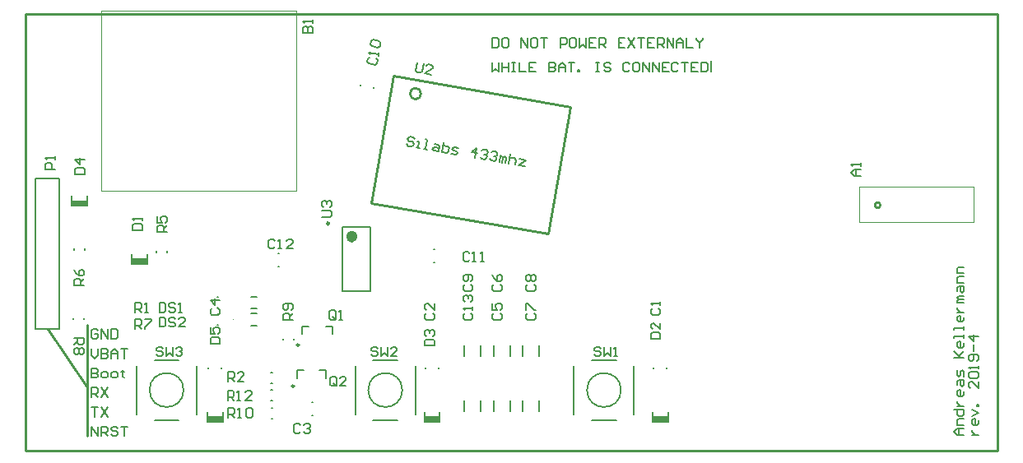
<source format=gto>
G04*
G04 #@! TF.GenerationSoftware,Altium Limited,Altium Designer,19.0.15 (446)*
G04*
G04 Layer_Color=65535*
%FSLAX25Y25*%
%MOIN*%
G70*
G01*
G75*
%ADD10C,0.00984*%
%ADD11C,0.00500*%
%ADD12C,0.00394*%
%ADD13C,0.01000*%
%ADD14C,0.02362*%
%ADD15C,0.00787*%
%ADD16R,0.06299X0.02362*%
D10*
X98917Y16355D02*
G03*
X98917Y16355I-492J0D01*
G01*
X100886Y33071D02*
G03*
X100886Y33071I-492J0D01*
G01*
X113130Y82284D02*
G03*
X113130Y82284I-492J0D01*
G01*
D11*
X54134Y14764D02*
G03*
X54134Y14764I-6890J0D01*
G01*
X142717D02*
G03*
X142717Y14764I-6890J0D01*
G01*
X231299Y14764D02*
G03*
X231299Y14764I-6890J0D01*
G01*
X42362Y2559D02*
X52126D01*
X59449Y5000D02*
Y24528D01*
X35039Y5000D02*
Y24528D01*
X42362Y26969D02*
X52126D01*
X130945Y2559D02*
X140709D01*
X148031Y5000D02*
Y24528D01*
X123622Y5000D02*
Y24528D01*
X130945Y26969D02*
X140709D01*
X219528Y2559D02*
X229291D01*
X236614Y5000D02*
Y24528D01*
X212205Y5000D02*
Y24528D01*
X219528Y26969D02*
X229291D01*
D12*
X74213Y43307D02*
G03*
X74213Y43307I-197J0D01*
G01*
Y50197D02*
G03*
X74213Y50197I-197J0D01*
G01*
X327756Y97186D02*
X374256Y97186D01*
Y82686D02*
Y97186D01*
X327756Y82686D02*
X374256D01*
X327756D02*
Y97186D01*
X20799Y135390D02*
Y164890D01*
Y168390D01*
X59299D01*
X98299D01*
X99799D01*
Y131890D02*
Y168390D01*
X20799Y131890D02*
Y135390D01*
X99799Y128390D02*
Y131890D01*
X20799Y95390D02*
Y131890D01*
Y95390D02*
X22299D01*
X61299D01*
X99799D01*
Y98890D01*
Y128390D01*
D13*
X150308Y134899D02*
G03*
X150308Y134899I-2236J0D01*
G01*
X336374Y89686D02*
G03*
X336374Y89686I-1118J0D01*
G01*
X14961Y-3937D02*
X14961Y41142D01*
Y15748D02*
Y41142D01*
X-984Y39370D02*
X14961Y15748D01*
X201648Y78025D02*
X210720Y129475D01*
X130114Y90639D02*
X201648Y78025D01*
X130114Y90639D02*
X139186Y142089D01*
X210720Y129475D01*
X-9843Y-9843D02*
X383858D01*
Y167323D01*
X-9843D02*
X383858D01*
X-9843Y-9843D02*
Y167323D01*
D14*
X123465Y76968D02*
G03*
X123465Y76968I-1181J0D01*
G01*
D15*
X89567Y21884D02*
X89961D01*
X89567Y17553D02*
X89961D01*
X100157Y19643D02*
Y22851D01*
X102756D01*
X111653Y19643D02*
Y22851D01*
X109055D02*
X111653D01*
X98622Y35236D02*
Y35630D01*
X94291Y35236D02*
Y35630D01*
X249902Y23425D02*
Y23819D01*
X244587Y23425D02*
Y23819D01*
X102165Y37350D02*
Y40354D01*
X104724D01*
X114370Y37350D02*
Y40354D01*
X111811D02*
X114370D01*
X89764Y3347D02*
X90158D01*
X89764Y7677D02*
X90158D01*
X157431Y23425D02*
Y23819D01*
X152116Y23425D02*
Y23819D01*
X106102Y4429D02*
X106496D01*
X106102Y9744D02*
X106496D01*
X89567Y14781D02*
X89961D01*
X89567Y10450D02*
X89961D01*
X69587Y23425D02*
Y23819D01*
X64272Y23425D02*
Y23819D01*
X63779Y1969D02*
X70079D01*
Y5906D01*
X63779Y1969D02*
Y5906D01*
X151624Y1969D02*
X157923D01*
Y5906D01*
X151624Y1969D02*
Y5906D01*
X244094Y1969D02*
X250394D01*
Y5906D01*
X244094Y1969D02*
Y5906D01*
X167913Y6102D02*
Y10433D01*
X174606Y6102D02*
Y10433D01*
X167913Y28386D02*
Y32717D01*
X174606Y28386D02*
Y32717D01*
X191535Y28386D02*
Y32717D01*
X198228Y28386D02*
Y32717D01*
X81496Y40846D02*
X83858D01*
X81496Y45768D02*
X83858D01*
X81496Y47736D02*
X83858D01*
X81496Y52658D02*
X83858D01*
X9527Y43504D02*
Y43898D01*
X13858Y43504D02*
Y43898D01*
X179724Y28386D02*
Y32717D01*
X186417Y28386D02*
Y32717D01*
X155315Y66535D02*
X155709D01*
X155315Y71850D02*
X155709D01*
X118347Y54921D02*
Y80905D01*
X129764Y54921D02*
Y80905D01*
X118347D02*
X129764D01*
X118347Y54921D02*
X129764D01*
X191535Y6102D02*
Y10433D01*
X198228Y6102D02*
Y10433D01*
X130997Y137140D02*
X131065Y137528D01*
X125763Y138063D02*
X125831Y138451D01*
X8661Y89478D02*
X14961D01*
Y93415D01*
X8661Y89478D02*
Y93415D01*
X3917Y39469D02*
Y100453D01*
X-5886Y39469D02*
Y100453D01*
Y39469D02*
X3917D01*
X-5886Y100453D02*
X3917D01*
X13976Y71653D02*
Y72047D01*
X9646Y71653D02*
Y72047D01*
X43110Y70669D02*
Y71063D01*
X47441Y70669D02*
Y71063D01*
X33268Y65945D02*
Y69882D01*
X39567Y65945D02*
Y69882D01*
X33268Y65945D02*
X39567D01*
X179724Y6102D02*
Y10433D01*
X186417Y6102D02*
Y10433D01*
X92323Y70177D02*
X92716D01*
X92323Y64862D02*
X92716D01*
X67716Y45472D02*
X68110D01*
X67716Y41142D02*
X68110D01*
X67716Y48031D02*
X68110D01*
X67716Y52362D02*
X68110D01*
X373360Y-3543D02*
X375984D01*
X374672D01*
X374016Y-2887D01*
X373360Y-2231D01*
Y-1575D01*
X375984Y2360D02*
Y1048D01*
X375328Y392D01*
X374016D01*
X373360Y1048D01*
Y2360D01*
X374016Y3016D01*
X374672D01*
Y392D01*
X373360Y4328D02*
X375984Y5640D01*
X373360Y6952D01*
X375984Y8264D02*
X375328D01*
Y8920D01*
X375984D01*
Y8264D01*
Y18103D02*
Y15480D01*
X373360Y18103D01*
X372705D01*
X372048Y17447D01*
Y16135D01*
X372705Y15480D01*
Y19415D02*
X372048Y20071D01*
Y21383D01*
X372705Y22039D01*
X375328D01*
X375984Y21383D01*
Y20071D01*
X375328Y19415D01*
X372705D01*
X375984Y23351D02*
Y24663D01*
Y24007D01*
X372048D01*
X372705Y23351D01*
X375328Y26631D02*
X375984Y27287D01*
Y28599D01*
X375328Y29254D01*
X372705D01*
X372048Y28599D01*
Y27287D01*
X372705Y26631D01*
X373360D01*
X374016Y27287D01*
Y29254D01*
Y30566D02*
Y33190D01*
X375984Y36470D02*
X372048D01*
X374016Y34502D01*
Y37126D01*
X370079Y-3543D02*
X367455D01*
X366143Y-2231D01*
X367455Y-919D01*
X370079D01*
X368111D01*
Y-3543D01*
X370079Y392D02*
X367455D01*
Y2360D01*
X368111Y3016D01*
X370079D01*
X366143Y6952D02*
X370079D01*
Y4984D01*
X369423Y4328D01*
X368111D01*
X367455Y4984D01*
Y6952D01*
Y8264D02*
X370079D01*
X368767D01*
X368111Y8920D01*
X367455Y9576D01*
Y10232D01*
X370079Y14167D02*
Y12856D01*
X369423Y12200D01*
X368111D01*
X367455Y12856D01*
Y14167D01*
X368111Y14823D01*
X368767D01*
Y12200D01*
X367455Y16791D02*
Y18103D01*
X368111Y18759D01*
X370079D01*
Y16791D01*
X369423Y16135D01*
X368767Y16791D01*
Y18759D01*
X370079Y20071D02*
Y22039D01*
X369423Y22695D01*
X368767Y22039D01*
Y20727D01*
X368111Y20071D01*
X367455Y20727D01*
Y22695D01*
X366143Y27943D02*
X370079D01*
X368767D01*
X366143Y30566D01*
X368111Y28599D01*
X370079Y30566D01*
Y33846D02*
Y32534D01*
X369423Y31878D01*
X368111D01*
X367455Y32534D01*
Y33846D01*
X368111Y34502D01*
X368767D01*
Y31878D01*
X370079Y35814D02*
Y37126D01*
Y36470D01*
X366143D01*
Y35814D01*
X370079Y39094D02*
Y40406D01*
Y39750D01*
X366143D01*
Y39094D01*
X370079Y44342D02*
Y43030D01*
X369423Y42374D01*
X368111D01*
X367455Y43030D01*
Y44342D01*
X368111Y44998D01*
X368767D01*
Y42374D01*
X367455Y46309D02*
X370079D01*
X368767D01*
X368111Y46965D01*
X367455Y47621D01*
Y48277D01*
X370079Y50245D02*
X367455D01*
Y50901D01*
X368111Y51557D01*
X370079D01*
X368111D01*
X367455Y52213D01*
X368111Y52869D01*
X370079D01*
X367455Y54837D02*
Y56149D01*
X368111Y56805D01*
X370079D01*
Y54837D01*
X369423Y54181D01*
X368767Y54837D01*
Y56805D01*
X370079Y58117D02*
X367455D01*
Y60084D01*
X368111Y60741D01*
X370079D01*
Y62052D02*
X367455D01*
Y64020D01*
X368111Y64676D01*
X370079D01*
X179134Y147636D02*
Y143701D01*
X180446Y145013D01*
X181758Y143701D01*
Y147636D01*
X183070D02*
Y143701D01*
Y145669D01*
X185693D01*
Y147636D01*
Y143701D01*
X187005Y147636D02*
X188317D01*
X187661D01*
Y143701D01*
X187005D01*
X188317D01*
X190285Y147636D02*
Y143701D01*
X192909D01*
X196845Y147636D02*
X194221D01*
Y143701D01*
X196845D01*
X194221Y145669D02*
X195533D01*
X202092Y147636D02*
Y143701D01*
X204060D01*
X204716Y144357D01*
Y145013D01*
X204060Y145669D01*
X202092D01*
X204060D01*
X204716Y146325D01*
Y146981D01*
X204060Y147636D01*
X202092D01*
X206028Y143701D02*
Y146325D01*
X207340Y147636D01*
X208652Y146325D01*
Y143701D01*
Y145669D01*
X206028D01*
X209964Y147636D02*
X212588D01*
X211276D01*
Y143701D01*
X213900D02*
Y144357D01*
X214556D01*
Y143701D01*
X213900D01*
X221115Y147636D02*
X222427D01*
X221771D01*
Y143701D01*
X221115D01*
X222427D01*
X227019Y146981D02*
X226363Y147636D01*
X225051D01*
X224395Y146981D01*
Y146325D01*
X225051Y145669D01*
X226363D01*
X227019Y145013D01*
Y144357D01*
X226363Y143701D01*
X225051D01*
X224395Y144357D01*
X234890Y146981D02*
X234234Y147636D01*
X232922D01*
X232266Y146981D01*
Y144357D01*
X232922Y143701D01*
X234234D01*
X234890Y144357D01*
X238170Y147636D02*
X236858D01*
X236202Y146981D01*
Y144357D01*
X236858Y143701D01*
X238170D01*
X238826Y144357D01*
Y146981D01*
X238170Y147636D01*
X240138Y143701D02*
Y147636D01*
X242762Y143701D01*
Y147636D01*
X244074Y143701D02*
Y147636D01*
X246697Y143701D01*
Y147636D01*
X250633D02*
X248009D01*
Y143701D01*
X250633D01*
X248009Y145669D02*
X249321D01*
X254569Y146981D02*
X253913Y147636D01*
X252601D01*
X251945Y146981D01*
Y144357D01*
X252601Y143701D01*
X253913D01*
X254569Y144357D01*
X255881Y147636D02*
X258505D01*
X257193D01*
Y143701D01*
X262440Y147636D02*
X259817D01*
Y143701D01*
X262440D01*
X259817Y145669D02*
X261128D01*
X263752Y147636D02*
Y143701D01*
X265720D01*
X266376Y144357D01*
Y146981D01*
X265720Y147636D01*
X263752D01*
X267688Y145013D02*
Y148293D01*
Y144357D02*
Y143701D01*
X179134Y157479D02*
Y153543D01*
X181102D01*
X181758Y154199D01*
Y156823D01*
X181102Y157479D01*
X179134D01*
X185038D02*
X183726D01*
X183070Y156823D01*
Y154199D01*
X183726Y153543D01*
X185038D01*
X185693Y154199D01*
Y156823D01*
X185038Y157479D01*
X190941Y153543D02*
Y157479D01*
X193565Y153543D01*
Y157479D01*
X196845D02*
X195533D01*
X194877Y156823D01*
Y154199D01*
X195533Y153543D01*
X196845D01*
X197501Y154199D01*
Y156823D01*
X196845Y157479D01*
X198813D02*
X201436D01*
X200125D01*
Y153543D01*
X206684D02*
Y157479D01*
X208652D01*
X209308Y156823D01*
Y155511D01*
X208652Y154855D01*
X206684D01*
X212588Y157479D02*
X211276D01*
X210620Y156823D01*
Y154199D01*
X211276Y153543D01*
X212588D01*
X213244Y154199D01*
Y156823D01*
X212588Y157479D01*
X214556D02*
Y153543D01*
X215867Y154855D01*
X217179Y153543D01*
Y157479D01*
X221115D02*
X218491D01*
Y153543D01*
X221115D01*
X218491Y155511D02*
X219803D01*
X222427Y153543D02*
Y157479D01*
X224395D01*
X225051Y156823D01*
Y155511D01*
X224395Y154855D01*
X222427D01*
X223739D02*
X225051Y153543D01*
X232922Y157479D02*
X230298D01*
Y153543D01*
X232922D01*
X230298Y155511D02*
X231610D01*
X234234Y157479D02*
X236858Y153543D01*
Y157479D02*
X234234Y153543D01*
X238170Y157479D02*
X240794D01*
X239482D01*
Y153543D01*
X244729Y157479D02*
X242106D01*
Y153543D01*
X244729D01*
X242106Y155511D02*
X243418D01*
X246041Y153543D02*
Y157479D01*
X248009D01*
X248665Y156823D01*
Y155511D01*
X248009Y154855D01*
X246041D01*
X247353D02*
X248665Y153543D01*
X249977D02*
Y157479D01*
X252601Y153543D01*
Y157479D01*
X253913Y153543D02*
Y156167D01*
X255225Y157479D01*
X256537Y156167D01*
Y153543D01*
Y155511D01*
X253913D01*
X257849Y157479D02*
Y153543D01*
X260472D01*
X261784Y157479D02*
Y156823D01*
X263096Y155511D01*
X264408Y156823D01*
Y157479D01*
X263096Y155511D02*
Y153543D01*
X147642Y116554D02*
X147110Y117314D01*
X145818Y117542D01*
X145058Y117009D01*
X144944Y116364D01*
X145476Y115604D01*
X146768Y115376D01*
X147300Y114616D01*
X147186Y113970D01*
X146426Y113438D01*
X145134Y113666D01*
X144602Y114426D01*
X148364Y113096D02*
X149656Y112868D01*
X149010Y112982D01*
X149466Y115566D01*
X148820Y115680D01*
X151594Y112527D02*
X152886Y112299D01*
X152240Y112413D01*
X152924Y116289D01*
X152278Y116402D01*
X155926Y114427D02*
X157218Y114199D01*
X157750Y113439D01*
X157408Y111501D01*
X155470Y111843D01*
X154938Y112603D01*
X155698Y113135D01*
X157636Y112793D01*
X159383Y115149D02*
X158700Y111274D01*
X160638Y110932D01*
X161398Y111464D01*
X161512Y112110D01*
X161626Y112756D01*
X161094Y113516D01*
X159156Y113858D01*
X162576Y110590D02*
X164514Y110248D01*
X165274Y110781D01*
X164742Y111540D01*
X163450Y111768D01*
X162918Y112528D01*
X163678Y113060D01*
X165615Y112718D01*
X172266Y108882D02*
X172949Y112758D01*
X170670Y111161D01*
X173254Y110706D01*
X174773Y111770D02*
X175533Y112302D01*
X176825Y112074D01*
X177357Y111314D01*
X177243Y110668D01*
X176484Y110136D01*
X175838Y110250D01*
X176484Y110136D01*
X177016Y109376D01*
X176902Y108730D01*
X176142Y108198D01*
X174850Y108426D01*
X174318Y109186D01*
X178649Y111086D02*
X179409Y111618D01*
X180701Y111391D01*
X181233Y110631D01*
X181119Y109985D01*
X180359Y109453D01*
X179713Y109567D01*
X180359Y109453D01*
X180892Y108693D01*
X180778Y108047D01*
X180018Y107515D01*
X178726Y107743D01*
X178194Y108502D01*
X181956Y107173D02*
X182411Y109757D01*
X183057Y109643D01*
X183589Y108883D01*
X183248Y106945D01*
X183589Y108883D01*
X184349Y109415D01*
X184881Y108655D01*
X184540Y106717D01*
X186515Y110365D02*
X185832Y106490D01*
X186173Y108428D01*
X186933Y108960D01*
X188225Y108732D01*
X188757Y107972D01*
X188416Y106034D01*
X190163Y108390D02*
X192747Y107934D01*
X189708Y105806D01*
X192291Y105350D01*
X16878Y-3937D02*
Y-1D01*
X19502Y-3937D01*
Y-1D01*
X20814Y-3937D02*
Y-1D01*
X22782D01*
X23438Y-657D01*
Y-1969D01*
X22782Y-2625D01*
X20814D01*
X22126D02*
X23438Y-3937D01*
X27373Y-657D02*
X26717Y-1D01*
X25405D01*
X24749Y-657D01*
Y-1313D01*
X25405Y-1969D01*
X26717D01*
X27373Y-2625D01*
Y-3281D01*
X26717Y-3937D01*
X25405D01*
X24749Y-3281D01*
X28685Y-1D02*
X31309D01*
X29997D01*
Y-3937D01*
X16878Y7873D02*
X19502D01*
X18190D01*
Y3937D01*
X20814Y7873D02*
X23438Y3937D01*
Y7873D02*
X20814Y3937D01*
X16878Y11811D02*
Y15747D01*
X18846D01*
X19502Y15091D01*
Y13779D01*
X18846Y13123D01*
X16878D01*
X18190D02*
X19502Y11811D01*
X20814Y15747D02*
X23438Y11811D01*
Y15747D02*
X20814Y11811D01*
X16878Y23621D02*
Y19685D01*
X18846D01*
X19502Y20341D01*
Y20997D01*
X18846Y21653D01*
X16878D01*
X18846D01*
X19502Y22309D01*
Y22965D01*
X18846Y23621D01*
X16878D01*
X21470Y19685D02*
X22782D01*
X23438Y20341D01*
Y21653D01*
X22782Y22309D01*
X21470D01*
X20814Y21653D01*
Y20341D01*
X21470Y19685D01*
X25405D02*
X26717D01*
X27373Y20341D01*
Y21653D01*
X26717Y22309D01*
X25405D01*
X24749Y21653D01*
Y20341D01*
X25405Y19685D01*
X29341Y22965D02*
Y22309D01*
X28685D01*
X29997D01*
X29341D01*
Y20341D01*
X29997Y19685D01*
X16878Y31495D02*
Y28871D01*
X18190Y27559D01*
X19502Y28871D01*
Y31495D01*
X20814D02*
Y27559D01*
X22782D01*
X23438Y28215D01*
Y28871D01*
X22782Y29527D01*
X20814D01*
X22782D01*
X23438Y30183D01*
Y30839D01*
X22782Y31495D01*
X20814D01*
X24749Y27559D02*
Y30183D01*
X26061Y31495D01*
X27373Y30183D01*
Y27559D01*
Y29527D01*
X24749D01*
X28685Y31495D02*
X31309D01*
X29997D01*
Y27559D01*
X19502Y38713D02*
X18846Y39369D01*
X17534D01*
X16878Y38713D01*
Y36089D01*
X17534Y35433D01*
X18846D01*
X19502Y36089D01*
Y37401D01*
X18190D01*
X20814Y35433D02*
Y39369D01*
X23438Y35433D01*
Y39369D01*
X24749D02*
Y35433D01*
X26717D01*
X27373Y36089D01*
Y38713D01*
X26717Y39369D01*
X24749D01*
X72047Y18110D02*
Y22046D01*
X74015D01*
X74671Y21390D01*
Y20078D01*
X74015Y19422D01*
X72047D01*
X73359D02*
X74671Y18110D01*
X78607D02*
X75983D01*
X78607Y20734D01*
Y21390D01*
X77951Y22046D01*
X76639D01*
X75983Y21390D01*
X116010Y17011D02*
Y19635D01*
X115354Y20291D01*
X114042D01*
X113386Y19635D01*
Y17011D01*
X114042Y16355D01*
X115354D01*
X114698Y17667D02*
X116010Y16355D01*
X115354D02*
X116010Y17011D01*
X119945Y16355D02*
X117322D01*
X119945Y18979D01*
Y19635D01*
X119289Y20291D01*
X117977D01*
X117322Y19635D01*
X71988Y10647D02*
Y14582D01*
X73956D01*
X74612Y13926D01*
Y12615D01*
X73956Y11958D01*
X71988D01*
X73300D02*
X74612Y10647D01*
X75924D02*
X77236D01*
X76580D01*
Y14582D01*
X75924Y13926D01*
X81827Y10647D02*
X79204D01*
X81827Y13271D01*
Y13926D01*
X81172Y14582D01*
X79860D01*
X79204Y13926D01*
X72185Y3543D02*
Y7479D01*
X74153D01*
X74809Y6823D01*
Y5511D01*
X74153Y4855D01*
X72185D01*
X73497D02*
X74809Y3543D01*
X76121D02*
X77433D01*
X76777D01*
Y7479D01*
X76121Y6823D01*
X79401D02*
X80057Y7479D01*
X81368D01*
X82024Y6823D01*
Y4199D01*
X81368Y3543D01*
X80057D01*
X79401Y4199D01*
Y6823D01*
X98425Y43307D02*
X94490D01*
Y45275D01*
X95145Y45931D01*
X96457D01*
X97113Y45275D01*
Y43307D01*
Y44619D02*
X98425Y45931D01*
X97769Y47243D02*
X98425Y47899D01*
Y49211D01*
X97769Y49867D01*
X95145D01*
X94490Y49211D01*
Y47899D01*
X95145Y47243D01*
X95801D01*
X96457Y47899D01*
Y49867D01*
X115754Y43963D02*
Y46587D01*
X115098Y47243D01*
X113786D01*
X113130Y46587D01*
Y43963D01*
X113786Y43307D01*
X115098D01*
X114442Y44619D02*
X115754Y43307D01*
X115098D02*
X115754Y43963D01*
X117066Y43307D02*
X118378D01*
X117722D01*
Y47243D01*
X117066Y46587D01*
X64962Y33465D02*
X68898D01*
Y35432D01*
X68242Y36088D01*
X65618D01*
X64962Y35432D01*
Y33465D01*
Y40024D02*
Y37400D01*
X66930D01*
X66274Y38712D01*
Y39368D01*
X66930Y40024D01*
X68242D01*
X68898Y39368D01*
Y38056D01*
X68242Y37400D01*
X151773Y32717D02*
X155709D01*
Y34684D01*
X155053Y35340D01*
X152429D01*
X151773Y34684D01*
Y32717D01*
X152429Y36652D02*
X151773Y37308D01*
Y38620D01*
X152429Y39276D01*
X153085D01*
X153741Y38620D01*
Y37964D01*
Y38620D01*
X154397Y39276D01*
X155053D01*
X155709Y38620D01*
Y37308D01*
X155053Y36652D01*
X243308Y35433D02*
X247244D01*
Y37401D01*
X246588Y38057D01*
X243964D01*
X243308Y37401D01*
Y35433D01*
X247244Y41993D02*
Y39369D01*
X244620Y41993D01*
X243964D01*
X243308Y41337D01*
Y40025D01*
X243964Y39369D01*
X167980Y45931D02*
X167324Y45275D01*
Y43963D01*
X167980Y43307D01*
X170604D01*
X171260Y43963D01*
Y45275D01*
X170604Y45931D01*
X171260Y47243D02*
Y48555D01*
Y47899D01*
X167324D01*
X167980Y47243D01*
Y50523D02*
X167324Y51179D01*
Y52491D01*
X167980Y53146D01*
X168636D01*
X169292Y52491D01*
Y51834D01*
Y52491D01*
X169948Y53146D01*
X170604D01*
X171260Y52491D01*
Y51179D01*
X170604Y50523D01*
X167980Y57545D02*
X167324Y56889D01*
Y55577D01*
X167980Y54921D01*
X170604D01*
X171260Y55577D01*
Y56889D01*
X170604Y57545D01*
Y58857D02*
X171260Y59513D01*
Y60825D01*
X170604Y61481D01*
X167980D01*
X167324Y60825D01*
Y59513D01*
X167980Y58857D01*
X168636D01*
X169292Y59513D01*
Y61481D01*
X193571Y57545D02*
X192915Y56889D01*
Y55577D01*
X193571Y54921D01*
X196194D01*
X196850Y55577D01*
Y56889D01*
X196194Y57545D01*
X193571Y58857D02*
X192915Y59513D01*
Y60825D01*
X193571Y61481D01*
X194227D01*
X194883Y60825D01*
X195538Y61481D01*
X196194D01*
X196850Y60825D01*
Y59513D01*
X196194Y58857D01*
X195538D01*
X194883Y59513D01*
X194227Y58857D01*
X193571D01*
X194883Y59513D02*
Y60825D01*
X65618Y47899D02*
X64962Y47243D01*
Y45932D01*
X65618Y45276D01*
X68242D01*
X68898Y45932D01*
Y47243D01*
X68242Y47899D01*
X68898Y51179D02*
X64962D01*
X66930Y49211D01*
Y51835D01*
X101541Y524D02*
X100885Y1180D01*
X99573D01*
X98917Y524D01*
Y-2100D01*
X99573Y-2756D01*
X100885D01*
X101541Y-2100D01*
X102853Y524D02*
X103509Y1180D01*
X104821D01*
X105477Y524D01*
Y-132D01*
X104821Y-788D01*
X104165D01*
X104821D01*
X105477Y-1444D01*
Y-2100D01*
X104821Y-2756D01*
X103509D01*
X102853Y-2100D01*
X152429Y45931D02*
X151773Y45275D01*
Y43963D01*
X152429Y43307D01*
X155053D01*
X155709Y43963D01*
Y45275D01*
X155053Y45931D01*
X155709Y49867D02*
Y47243D01*
X153085Y49867D01*
X152429D01*
X151773Y49211D01*
Y47899D01*
X152429Y47243D01*
X243964Y47899D02*
X243308Y47243D01*
Y45932D01*
X243964Y45276D01*
X246588D01*
X247244Y45932D01*
Y47243D01*
X246588Y47899D01*
X247244Y49211D02*
Y50523D01*
Y49867D01*
X243308D01*
X243964Y49211D01*
X9724Y35827D02*
X13660D01*
Y33859D01*
X13004Y33203D01*
X11692D01*
X11036Y33859D01*
Y35827D01*
Y34515D02*
X9724Y33203D01*
X13004Y31891D02*
X13660Y31235D01*
Y29923D01*
X13004Y29267D01*
X12348D01*
X11692Y29923D01*
X11036Y29267D01*
X10380D01*
X9724Y29923D01*
Y31235D01*
X10380Y31891D01*
X11036D01*
X11692Y31235D01*
X12348Y31891D01*
X13004D01*
X11692Y31235D02*
Y29923D01*
X129509Y149610D02*
X128749Y149078D01*
X128521Y147786D01*
X129053Y147026D01*
X131638Y146571D01*
X132397Y147103D01*
X132625Y148395D01*
X132093Y149154D01*
X132967Y150333D02*
X133195Y151625D01*
X133081Y150979D01*
X129205Y151662D01*
X129737Y150902D01*
X130306Y154132D02*
X129774Y154892D01*
X130002Y156184D01*
X130762Y156716D01*
X133346Y156260D01*
X133878Y155501D01*
X133650Y154209D01*
X132890Y153676D01*
X130306Y154132D01*
X34449Y39469D02*
Y43404D01*
X36417D01*
X37073Y42748D01*
Y41436D01*
X36417Y40780D01*
X34449D01*
X35761D02*
X37073Y39469D01*
X38385Y43404D02*
X41008D01*
Y42748D01*
X38385Y40124D01*
Y39469D01*
X44291Y44290D02*
Y40354D01*
X46259D01*
X46915Y41010D01*
Y43634D01*
X46259Y44290D01*
X44291D01*
X50851Y43634D02*
X50195Y44290D01*
X48883D01*
X48227Y43634D01*
Y42978D01*
X48883Y42322D01*
X50195D01*
X50851Y41666D01*
Y41010D01*
X50195Y40354D01*
X48883D01*
X48227Y41010D01*
X54787Y40354D02*
X52163D01*
X54787Y42978D01*
Y43634D01*
X54131Y44290D01*
X52819D01*
X52163Y43634D01*
X47441Y78740D02*
X43505D01*
Y80708D01*
X44161Y81364D01*
X45473D01*
X46129Y80708D01*
Y78740D01*
Y80052D02*
X47441Y81364D01*
X43505Y85300D02*
Y82676D01*
X45473D01*
X44817Y83988D01*
Y84644D01*
X45473Y85300D01*
X46785D01*
X47441Y84644D01*
Y83332D01*
X46785Y82676D01*
X45734Y31666D02*
X45078Y32322D01*
X43766D01*
X43110Y31666D01*
Y31010D01*
X43766Y30354D01*
X45078D01*
X45734Y29698D01*
Y29042D01*
X45078Y28386D01*
X43766D01*
X43110Y29042D01*
X47046Y32322D02*
Y28386D01*
X48358Y29698D01*
X49670Y28386D01*
Y32322D01*
X50982Y31666D02*
X51638Y32322D01*
X52950D01*
X53606Y31666D01*
Y31010D01*
X52950Y30354D01*
X52294D01*
X52950D01*
X53606Y29698D01*
Y29042D01*
X52950Y28386D01*
X51638D01*
X50982Y29042D01*
X132738Y31666D02*
X132081Y32322D01*
X130770D01*
X130114Y31666D01*
Y31010D01*
X130770Y30354D01*
X132081D01*
X132738Y29698D01*
Y29042D01*
X132081Y28386D01*
X130770D01*
X130114Y29042D01*
X134049Y32322D02*
Y28386D01*
X135361Y29698D01*
X136673Y28386D01*
Y32322D01*
X140609Y28386D02*
X137985D01*
X140609Y31010D01*
Y31666D01*
X139953Y32322D01*
X138641D01*
X137985Y31666D01*
X223096Y31666D02*
X222440Y32322D01*
X221128D01*
X220472Y31666D01*
Y31010D01*
X221128Y30354D01*
X222440D01*
X223096Y29698D01*
Y29042D01*
X222440Y28386D01*
X221128D01*
X220472Y29042D01*
X224408Y32322D02*
Y28386D01*
X225720Y29698D01*
X227032Y28386D01*
Y32322D01*
X228344Y28386D02*
X229656D01*
X229000D01*
Y32322D01*
X228344Y31666D01*
X44291Y50196D02*
Y46260D01*
X46259D01*
X46915Y46916D01*
Y49540D01*
X46259Y50196D01*
X44291D01*
X50851Y49540D02*
X50195Y50196D01*
X48883D01*
X48227Y49540D01*
Y48884D01*
X48883Y48228D01*
X50195D01*
X50851Y47572D01*
Y46916D01*
X50195Y46260D01*
X48883D01*
X48227Y46916D01*
X52163Y46260D02*
X53475D01*
X52819D01*
Y50196D01*
X52163Y49540D01*
X110238Y84961D02*
X113517D01*
X114173Y85617D01*
Y86928D01*
X113517Y87585D01*
X110238D01*
X110893Y88896D02*
X110238Y89552D01*
Y90864D01*
X110893Y91520D01*
X111549D01*
X112205Y90864D01*
Y90208D01*
Y90864D01*
X112861Y91520D01*
X113517D01*
X114173Y90864D01*
Y89552D01*
X113517Y88896D01*
X13780Y57087D02*
X9844D01*
Y59054D01*
X10500Y59710D01*
X11812D01*
X12468Y59054D01*
Y57087D01*
Y58398D02*
X13780Y59710D01*
X9844Y63646D02*
X10500Y62334D01*
X11812Y61022D01*
X13124D01*
X13780Y61678D01*
Y62990D01*
X13124Y63646D01*
X12468D01*
X11812Y62990D01*
Y61022D01*
X34449Y46260D02*
Y50196D01*
X36417D01*
X37073Y49540D01*
Y48228D01*
X36417Y47572D01*
X34449D01*
X35761D02*
X37073Y46260D01*
X38385D02*
X39696D01*
X39040D01*
Y50196D01*
X38385Y49540D01*
X148756Y147577D02*
X148186Y144347D01*
X148718Y143587D01*
X150010Y143359D01*
X150770Y143891D01*
X151340Y147121D01*
X154532Y142562D02*
X151948Y143017D01*
X154988Y145146D01*
X155102Y145792D01*
X154570Y146552D01*
X153278Y146779D01*
X152518Y146247D01*
X1969Y104331D02*
X-1967D01*
Y106299D01*
X-1311Y106955D01*
X1D01*
X657Y106299D01*
Y104331D01*
X1969Y108266D02*
Y109578D01*
Y108922D01*
X-1967D01*
X-1311Y108266D01*
X10041Y102273D02*
X13976D01*
Y104241D01*
X13320Y104897D01*
X10697D01*
X10041Y104241D01*
Y102273D01*
X13976Y108177D02*
X10041D01*
X12009Y106209D01*
Y108833D01*
X33466Y79433D02*
X37402D01*
Y81401D01*
X36746Y82057D01*
X34122D01*
X33466Y81401D01*
Y79433D01*
X37402Y83369D02*
Y84681D01*
Y84025D01*
X33466D01*
X34122Y83369D01*
X91207Y75327D02*
X90551Y75983D01*
X89239D01*
X88583Y75327D01*
Y72703D01*
X89239Y72047D01*
X90551D01*
X91207Y72703D01*
X92518Y72047D02*
X93830D01*
X93174D01*
Y75983D01*
X92518Y75327D01*
X98422Y72047D02*
X95798D01*
X98422Y74671D01*
Y75327D01*
X97766Y75983D01*
X96454D01*
X95798Y75327D01*
X169947Y70209D02*
X169291Y70865D01*
X167979D01*
X167323Y70209D01*
Y67585D01*
X167979Y66929D01*
X169291D01*
X169947Y67585D01*
X171259Y66929D02*
X172571D01*
X171915D01*
Y70865D01*
X171259Y70209D01*
X174538Y66929D02*
X175850D01*
X175194D01*
Y70865D01*
X174538Y70209D01*
X193571Y45931D02*
X192915Y45275D01*
Y43963D01*
X193571Y43307D01*
X196194D01*
X196850Y43963D01*
Y45275D01*
X196194Y45931D01*
X192915Y47243D02*
Y49867D01*
X193571D01*
X196194Y47243D01*
X196850D01*
X179791Y57545D02*
X179135Y56889D01*
Y55577D01*
X179791Y54921D01*
X182415D01*
X183071Y55577D01*
Y56889D01*
X182415Y57545D01*
X179135Y61481D02*
X179791Y60169D01*
X181103Y58857D01*
X182415D01*
X183071Y59513D01*
Y60825D01*
X182415Y61481D01*
X181759D01*
X181103Y60825D01*
Y58857D01*
X179791Y45931D02*
X179135Y45275D01*
Y43963D01*
X179791Y43307D01*
X182415D01*
X183071Y43963D01*
Y45275D01*
X182415Y45931D01*
X179135Y49867D02*
Y47243D01*
X181103D01*
X180447Y48555D01*
Y49211D01*
X181103Y49867D01*
X182415D01*
X183071Y49211D01*
Y47899D01*
X182415Y47243D01*
X102364Y159449D02*
X106299D01*
Y161417D01*
X105643Y162073D01*
X104987D01*
X104331Y161417D01*
Y159449D01*
Y161417D01*
X103675Y162073D01*
X103019D01*
X102364Y161417D01*
Y159449D01*
X106299Y163385D02*
Y164697D01*
Y164041D01*
X102364D01*
X103019Y163385D01*
X328543Y101497D02*
X325920D01*
X324608Y102809D01*
X325920Y104121D01*
X328543D01*
X326575D01*
Y101497D01*
X328543Y105433D02*
Y106745D01*
Y106089D01*
X324608D01*
X325264Y105433D01*
D16*
X66929Y3151D02*
D03*
X154774Y3150D02*
D03*
X247244Y3150D02*
D03*
X11811Y90661D02*
D03*
X36417Y67127D02*
D03*
M02*

</source>
